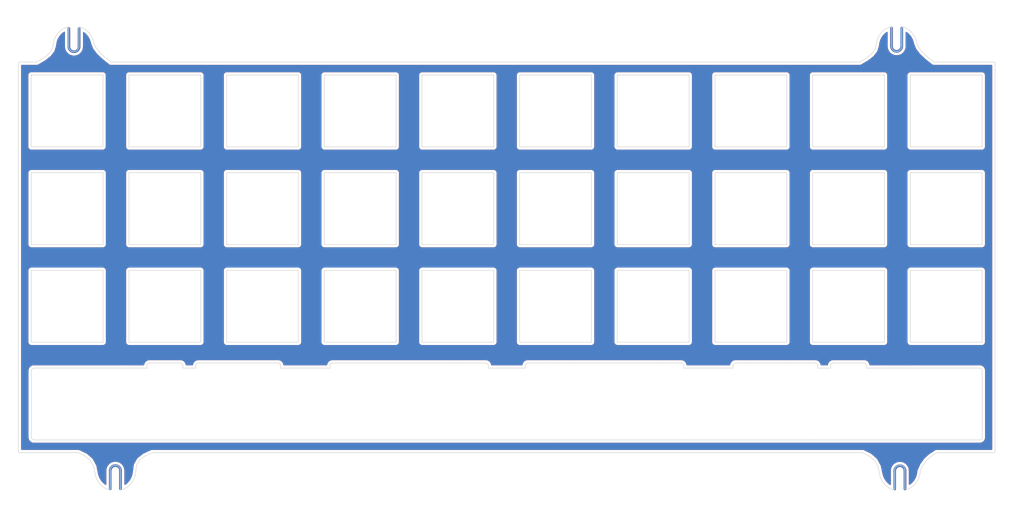
<source format=kicad_pcb>
(kicad_pcb (version 20171130) (host pcbnew "(5.1.5-0-10_14)")
  (layers (0 F.Cu signal) (31 B.Cu signal) (34 B.Paste user) (35 F.Paste user) (36 B.SilkS user) (37 F.SilkS user) (38 B.Mask user) (39 F.Mask user) (44 Edge.Cuts user))
  (net 0 "")
  (module footprints:Umo_mount_plating (layer F.Cu) (at 60.19 44.07 180)
    (fp_text reference Mount_plating hide)
    (fp_text value "Umo mounting point plating")
    (fp_line (start 0.57 2.7) (end 0.57 -0.835534) (layer B.Cu) (width 0.5))
    (fp_line (start -1.43 -0.835516) (end -1.43 2.7) (layer B.Cu) (width 0.5))
    (fp_arc (start -0.43 -0.835516) (end 0.57 -0.835534) (angle -180) (layer B.Cu) (width 0.5))
    (fp_line (start 0.57 2.7) (end 0.57 -0.835534) (layer F.Cu) (width 0.5))
    (fp_arc (start -0.43 -0.835516) (end 0.57 -0.835534) (angle -180) (layer F.Cu) (width 0.5))
    (fp_line (start -1.43 -0.835516) (end -1.43 2.7) (layer F.Cu) (width 0.5))
  )
  (module footprints:Umo_mount_plating (layer F.Cu) (at 220.64 44 180)
    (fp_text reference Mount_plating hide)
    (fp_text value "Umo mounting point plating")
    (fp_line (start 0.57 2.7) (end 0.57 -0.835534) (layer B.Cu) (width 0.5))
    (fp_line (start -1.43 -0.835516) (end -1.43 2.7) (layer B.Cu) (width 0.5))
    (fp_arc (start -0.43 -0.835516) (end 0.57 -0.835534) (angle -180) (layer B.Cu) (width 0.5))
    (fp_line (start 0.57 2.7) (end 0.57 -0.835534) (layer F.Cu) (width 0.5))
    (fp_arc (start -0.43 -0.835516) (end 0.57 -0.835534) (angle -180) (layer F.Cu) (width 0.5))
    (fp_line (start -1.43 -0.835516) (end -1.43 2.7) (layer F.Cu) (width 0.5))
  )
  (module footprints:Umo_mount_plating (layer F.Cu) (at 222.13 128.49)
    (fp_text reference Mount_plating hide)
    (fp_text value "Umo mounting point plating")
    (fp_line (start 0.57 2.7) (end 0.57 -0.835534) (layer B.Cu) (width 0.5))
    (fp_line (start -1.43 -0.835516) (end -1.43 2.7) (layer B.Cu) (width 0.5))
    (fp_arc (start -0.43 -0.835516) (end 0.57 -0.835534) (angle -180) (layer B.Cu) (width 0.5))
    (fp_line (start 0.57 2.7) (end 0.57 -0.835534) (layer F.Cu) (width 0.5))
    (fp_arc (start -0.43 -0.835516) (end 0.57 -0.835534) (angle -180) (layer F.Cu) (width 0.5))
    (fp_line (start -1.43 -0.835516) (end -1.43 2.7) (layer F.Cu) (width 0.5))
  )
  (module footprints:Umo_mount_plating (layer F.Cu) (at 69.12 128.46)
    (fp_text reference Mount_plating hide)
    (fp_text value "Umo mounting point plating")
    (fp_line (start 0.57 2.7) (end 0.57 -0.835534) (layer B.Cu) (width 0.5))
    (fp_line (start -1.43 -0.835516) (end -1.43 2.7) (layer B.Cu) (width 0.5))
    (fp_arc (start -0.43 -0.835516) (end 0.57 -0.835534) (angle -180) (layer B.Cu) (width 0.5))
    (fp_line (start 0.57 2.7) (end 0.57 -0.835534) (layer F.Cu) (width 0.5))
    (fp_arc (start -0.43 -0.835516) (end 0.57 -0.835534) (angle -180) (layer F.Cu) (width 0.5))
    (fp_line (start -1.43 -0.835516) (end -1.43 2.7) (layer F.Cu) (width 0.5))
  )
  (module footprints:Umo_kanji (layer F.Cu) (at 231.23 102.34)
    (fp_text reference REF** hide)
    (fp_text value Umo_kanji)
  )
  (module footprints:pohjola_site_text (layer B.Cu) (at 63 105.07 180)
    (fp_text reference G*** hide)
    (fp_text value LOGO hide)
  )
  (gr_line (start 214.711983 121.617348) (end 208.711983 121.617348) (layer Edge.Cuts) (width 0.1))
  (gr_line (start 218.211983 121.617348) (end 214.711983 121.617348) (layer Edge.Cuts) (width 0.1))
  (gr_line (start 219.498983 121.617348) (end 218.211983 121.617348) (layer Edge.Cuts) (width 0.1))
  (gr_line (start 224.261983 121.617348) (end 219.498983 121.617348) (layer Edge.Cuts) (width 0.1))
  (gr_line (start 232.498983 121.617348) (end 224.261983 121.617348) (layer Edge.Cuts) (width 0.1))
  (gr_line (start 237.261983 121.617348) (end 232.498983 121.617348) (layer Edge.Cuts) (width 0.1))
  (gr_arc (start 237.261983 121.117348) (end 237.261983 121.617348) (angle -90) (layer Edge.Cuts) (width 0.1))
  (gr_line (start 237.761983 108.117348) (end 237.761983 121.117348) (layer Edge.Cuts) (width 0.1))
  (gr_arc (start 237.261983 108.117348) (end 237.761983 108.117348) (angle -90) (layer Edge.Cuts) (width 0.1))
  (gr_line (start 232.498983 107.617348) (end 237.261983 107.617348) (layer Edge.Cuts) (width 0.1))
  (gr_line (start 224.261983 107.617348) (end 232.498983 107.617348) (layer Edge.Cuts) (width 0.1))
  (gr_line (start 219.498983 107.617348) (end 224.261983 107.617348) (layer Edge.Cuts) (width 0.1))
  (gr_line (start 218.211983 107.617348) (end 219.498983 107.617348) (layer Edge.Cuts) (width 0.1))
  (gr_line (start 215.211983 107.617348) (end 218.211983 107.617348) (layer Edge.Cuts) (width 0.1))
  (gr_line (start 215.211983 107.117348) (end 215.211983 107.617348) (layer Edge.Cuts) (width 0.1))
  (gr_arc (start 214.711983 107.117348) (end 215.211983 107.117348) (angle -90) (layer Edge.Cuts) (width 0.1))
  (gr_line (start 208.711983 106.617348) (end 214.711983 106.617348) (layer Edge.Cuts) (width 0.1))
  (gr_arc (start 208.711983 107.117348) (end 208.711983 106.617348) (angle -90) (layer Edge.Cuts) (width 0.1))
  (gr_line (start 208.211983 107.617348) (end 208.211983 107.117348) (layer Edge.Cuts) (width 0.1))
  (gr_line (start 205.686983 107.617348) (end 208.211983 107.617348) (layer Edge.Cuts) (width 0.1))
  (gr_line (start 205.686983 107.117348) (end 205.686983 107.617348) (layer Edge.Cuts) (width 0.1))
  (gr_arc (start 205.186983 107.117348) (end 205.686983 107.117348) (angle -90) (layer Edge.Cuts) (width 0.1))
  (gr_line (start 199.186983 106.617348) (end 205.186983 106.617348) (layer Edge.Cuts) (width 0.1))
  (gr_line (start 195.661983 106.617348) (end 199.186983 106.617348) (layer Edge.Cuts) (width 0.1))
  (gr_line (start 192.074983 106.617348) (end 195.661983 106.617348) (layer Edge.Cuts) (width 0.1))
  (gr_line (start 189.661983 106.617348) (end 192.074983 106.617348) (layer Edge.Cuts) (width 0.1))
  (gr_arc (start 189.661983 107.117348) (end 189.661983 106.617348) (angle -90) (layer Edge.Cuts) (width 0.1))
  (gr_line (start 189.161983 107.617348) (end 189.161983 107.117348) (layer Edge.Cuts) (width 0.1))
  (gr_line (start 186.161983 107.617348) (end 189.161983 107.617348) (layer Edge.Cuts) (width 0.1))
  (gr_line (start 180.111983 107.617348) (end 186.161983 107.617348) (layer Edge.Cuts) (width 0.1))
  (gr_line (start 179.524983 107.617348) (end 180.111983 107.617348) (layer Edge.Cuts) (width 0.1))
  (gr_line (start 179.524983 107.117348) (end 179.524983 107.617348) (layer Edge.Cuts) (width 0.1))
  (gr_arc (start 179.024983 107.117348) (end 179.524983 107.117348) (angle -90) (layer Edge.Cuts) (width 0.1))
  (gr_line (start 174.198983 106.617348) (end 179.024983 106.617348) (layer Edge.Cuts) (width 0.1))
  (gr_line (start 173.024983 106.617348) (end 174.198983 106.617348) (layer Edge.Cuts) (width 0.1))
  (gr_line (start 168.198983 106.617348) (end 173.024983 106.617348) (layer Edge.Cuts) (width 0.1))
  (gr_line (start 161.086983 106.617348) (end 168.198983 106.617348) (layer Edge.Cuts) (width 0.1))
  (gr_line (start 157.561983 106.617348) (end 161.086983 106.617348) (layer Edge.Cuts) (width 0.1))
  (gr_line (start 155.148983 106.617348) (end 157.561983 106.617348) (layer Edge.Cuts) (width 0.1))
  (gr_line (start 153.974983 106.617348) (end 155.148983 106.617348) (layer Edge.Cuts) (width 0.1))
  (gr_line (start 151.561983 106.617348) (end 153.974983 106.617348) (layer Edge.Cuts) (width 0.1))
  (gr_line (start 149.148983 106.617348) (end 151.561983 106.617348) (layer Edge.Cuts) (width 0.1))
  (gr_arc (start 149.148983 107.117348) (end 149.148983 106.617348) (angle -90) (layer Edge.Cuts) (width 0.1))
  (gr_line (start 148.648983 107.617348) (end 148.648983 107.117348) (layer Edge.Cuts) (width 0.1))
  (gr_line (start 148.061983 107.617348) (end 148.648983 107.617348) (layer Edge.Cuts) (width 0.1))
  (gr_line (start 142.011983 107.617348) (end 148.061983 107.617348) (layer Edge.Cuts) (width 0.1))
  (gr_line (start 141.424983 107.617348) (end 142.011983 107.617348) (layer Edge.Cuts) (width 0.1))
  (gr_line (start 141.424983 107.117348) (end 141.424983 107.617348) (layer Edge.Cuts) (width 0.1))
  (gr_arc (start 140.924983 107.117348) (end 141.424983 107.117348) (angle -90) (layer Edge.Cuts) (width 0.1))
  (gr_line (start 138.511983 106.617348) (end 140.924983 106.617348) (layer Edge.Cuts) (width 0.1))
  (gr_line (start 136.098983 106.617348) (end 138.511983 106.617348) (layer Edge.Cuts) (width 0.1))
  (gr_line (start 134.924983 106.617348) (end 136.098983 106.617348) (layer Edge.Cuts) (width 0.1))
  (gr_line (start 132.511983 106.617348) (end 134.924983 106.617348) (layer Edge.Cuts) (width 0.1))
  (gr_line (start 130.098983 106.617348) (end 132.511983 106.617348) (layer Edge.Cuts) (width 0.1))
  (gr_line (start 122.986983 106.617348) (end 130.098983 106.617348) (layer Edge.Cuts) (width 0.1))
  (gr_line (start 117.048983 106.617348) (end 122.986983 106.617348) (layer Edge.Cuts) (width 0.1))
  (gr_line (start 115.874983 106.617348) (end 117.048983 106.617348) (layer Edge.Cuts) (width 0.1))
  (gr_line (start 111.048983 106.617348) (end 115.874983 106.617348) (layer Edge.Cuts) (width 0.1))
  (gr_arc (start 111.048983 107.117348) (end 111.048983 106.617348) (angle -90) (layer Edge.Cuts) (width 0.1))
  (gr_line (start 110.548983 107.617348) (end 110.548983 107.117348) (layer Edge.Cuts) (width 0.1))
  (gr_line (start 109.961983 107.617348) (end 110.548983 107.617348) (layer Edge.Cuts) (width 0.1))
  (gr_line (start 103.911983 107.617348) (end 109.961983 107.617348) (layer Edge.Cuts) (width 0.1))
  (gr_line (start 100.911983 107.617348) (end 103.911983 107.617348) (layer Edge.Cuts) (width 0.1))
  (gr_line (start 100.911983 107.117348) (end 100.911983 107.617348) (layer Edge.Cuts) (width 0.1))
  (gr_arc (start 100.411983 107.117348) (end 100.911983 107.117348) (angle -90) (layer Edge.Cuts) (width 0.1))
  (gr_line (start 97.998983 106.617348) (end 100.411983 106.617348) (layer Edge.Cuts) (width 0.1))
  (gr_line (start 94.411983 106.617348) (end 97.998983 106.617348) (layer Edge.Cuts) (width 0.1))
  (gr_line (start 91.998983 106.617348) (end 94.411983 106.617348) (layer Edge.Cuts) (width 0.1))
  (gr_line (start 84.886983 106.617348) (end 91.998983 106.617348) (layer Edge.Cuts) (width 0.1))
  (gr_arc (start 84.886983 107.117348) (end 84.886983 106.617348) (angle -90) (layer Edge.Cuts) (width 0.1))
  (gr_line (start 84.386983 107.617348) (end 84.386983 107.117348) (layer Edge.Cuts) (width 0.1))
  (gr_line (start 81.861983 107.617348) (end 84.386983 107.617348) (layer Edge.Cuts) (width 0.1))
  (gr_line (start 81.861983 107.117348) (end 81.861983 107.617348) (layer Edge.Cuts) (width 0.1))
  (gr_arc (start 81.361983 107.117348) (end 81.861983 107.117348) (angle -90) (layer Edge.Cuts) (width 0.1))
  (gr_line (start 75.361983 106.617348) (end 81.361983 106.617348) (layer Edge.Cuts) (width 0.1))
  (gr_arc (start 75.361983 107.117348) (end 75.361983 106.617348) (angle -90) (layer Edge.Cuts) (width 0.1))
  (gr_line (start 74.861983 107.617348) (end 74.861983 107.117348) (layer Edge.Cuts) (width 0.1))
  (gr_line (start 71.861983 107.617348) (end 74.861983 107.617348) (layer Edge.Cuts) (width 0.1))
  (gr_line (start 70.574483 107.617348) (end 71.861983 107.617348) (layer Edge.Cuts) (width 0.1))
  (gr_line (start 65.811983 107.617348) (end 70.574483 107.617348) (layer Edge.Cuts) (width 0.1))
  (gr_line (start 57.574483 107.617348) (end 65.811983 107.617348) (layer Edge.Cuts) (width 0.1))
  (gr_line (start 52.811983 107.617348) (end 57.574483 107.617348) (layer Edge.Cuts) (width 0.1))
  (gr_arc (start 52.811983 108.117348) (end 52.811983 107.617348) (angle -90) (layer Edge.Cuts) (width 0.1))
  (gr_line (start 52.311983 121.117348) (end 52.311983 108.117348) (layer Edge.Cuts) (width 0.1))
  (gr_arc (start 52.811983 121.117348) (end 52.311983 121.117348) (angle -90) (layer Edge.Cuts) (width 0.1))
  (gr_line (start 57.574483 121.617348) (end 52.811983 121.617348) (layer Edge.Cuts) (width 0.1))
  (gr_line (start 65.811983 121.617348) (end 57.574483 121.617348) (layer Edge.Cuts) (width 0.1))
  (gr_line (start 70.574483 121.617348) (end 65.811983 121.617348) (layer Edge.Cuts) (width 0.1))
  (gr_line (start 71.861983 121.617348) (end 70.574483 121.617348) (layer Edge.Cuts) (width 0.1))
  (gr_line (start 75.361983 121.617348) (end 71.861983 121.617348) (layer Edge.Cuts) (width 0.1))
  (gr_line (start 81.361983 121.617348) (end 75.361983 121.617348) (layer Edge.Cuts) (width 0.1))
  (gr_line (start 84.861983 121.617348) (end 81.361983 121.617348) (layer Edge.Cuts) (width 0.1))
  (gr_line (start 84.874482 121.617192) (end 84.861983 121.617348) (layer Edge.Cuts) (width 0.1))
  (gr_line (start 86.149483 121.617348) (end 84.874482 121.617192) (layer Edge.Cuts) (width 0.1))
  (gr_line (start 90.886983 121.617348) (end 86.149483 121.617348) (layer Edge.Cuts) (width 0.1))
  (gr_line (start 90.911983 121.617348) (end 90.886983 121.617348) (layer Edge.Cuts) (width 0.1))
  (gr_line (start 91.998983 121.617348) (end 90.911983 121.617348) (layer Edge.Cuts) (width 0.1))
  (gr_line (start 94.411983 121.617348) (end 91.998983 121.617348) (layer Edge.Cuts) (width 0.1))
  (gr_line (start 97.998983 121.617348) (end 94.411983 121.617348) (layer Edge.Cuts) (width 0.1))
  (gr_line (start 99.149483 121.617348) (end 97.998983 121.617348) (layer Edge.Cuts) (width 0.1))
  (gr_line (start 100.411983 121.617348) (end 99.149483 121.617348) (layer Edge.Cuts) (width 0.1))
  (gr_line (start 100.436983 121.617348) (end 100.411983 121.617348) (layer Edge.Cuts) (width 0.1))
  (gr_line (start 103.911983 121.617348) (end 100.436983 121.617348) (layer Edge.Cuts) (width 0.1))
  (gr_line (start 109.961983 121.617348) (end 103.911983 121.617348) (layer Edge.Cuts) (width 0.1))
  (gr_line (start 111.048983 121.617348) (end 109.961983 121.617348) (layer Edge.Cuts) (width 0.1))
  (gr_line (start 113.436983 121.617348) (end 111.048983 121.617348) (layer Edge.Cuts) (width 0.1))
  (gr_line (start 115.874983 121.617348) (end 113.436983 121.617348) (layer Edge.Cuts) (width 0.1))
  (gr_line (start 117.048983 121.617348) (end 115.874983 121.617348) (layer Edge.Cuts) (width 0.1))
  (gr_line (start 119.486983 121.617348) (end 117.048983 121.617348) (layer Edge.Cuts) (width 0.1))
  (gr_line (start 121.874983 121.617348) (end 119.486983 121.617348) (layer Edge.Cuts) (width 0.1))
  (gr_line (start 122.961983 121.617348) (end 121.874983 121.617348) (layer Edge.Cuts) (width 0.1))
  (gr_line (start 122.986983 121.617348) (end 122.961983 121.617348) (layer Edge.Cuts) (width 0.1))
  (gr_line (start 128.986983 121.617348) (end 122.986983 121.617348) (layer Edge.Cuts) (width 0.1))
  (gr_line (start 129.011983 121.617348) (end 128.986983 121.617348) (layer Edge.Cuts) (width 0.1))
  (gr_line (start 130.098983 121.617348) (end 129.011983 121.617348) (layer Edge.Cuts) (width 0.1))
  (gr_line (start 132.486983 121.617348) (end 130.098983 121.617348) (layer Edge.Cuts) (width 0.1))
  (gr_line (start 132.511983 121.617348) (end 132.486983 121.617348) (layer Edge.Cuts) (width 0.1))
  (gr_line (start 134.924983 121.617348) (end 132.511983 121.617348) (layer Edge.Cuts) (width 0.1))
  (gr_line (start 136.098983 121.617348) (end 134.924983 121.617348) (layer Edge.Cuts) (width 0.1))
  (gr_line (start 138.511983 121.617348) (end 136.098983 121.617348) (layer Edge.Cuts) (width 0.1))
  (gr_line (start 138.536983 121.617348) (end 138.511983 121.617348) (layer Edge.Cuts) (width 0.1))
  (gr_line (start 140.924983 121.617348) (end 138.536983 121.617348) (layer Edge.Cuts) (width 0.1))
  (gr_line (start 142.011983 121.617348) (end 140.924983 121.617348) (layer Edge.Cuts) (width 0.1))
  (gr_line (start 148.061983 121.617348) (end 142.011983 121.617348) (layer Edge.Cuts) (width 0.1))
  (gr_line (start 149.148983 121.617348) (end 148.061983 121.617348) (layer Edge.Cuts) (width 0.1))
  (gr_line (start 151.536983 121.617348) (end 149.148983 121.617348) (layer Edge.Cuts) (width 0.1))
  (gr_line (start 151.561983 121.617348) (end 151.536983 121.617348) (layer Edge.Cuts) (width 0.1))
  (gr_line (start 153.974983 121.617348) (end 151.561983 121.617348) (layer Edge.Cuts) (width 0.1))
  (gr_line (start 155.148983 121.617348) (end 153.974983 121.617348) (layer Edge.Cuts) (width 0.1))
  (gr_line (start 157.561983 121.617348) (end 155.148983 121.617348) (layer Edge.Cuts) (width 0.1))
  (gr_line (start 157.586983 121.617348) (end 157.561983 121.617348) (layer Edge.Cuts) (width 0.1))
  (gr_line (start 159.974983 121.617348) (end 157.586983 121.617348) (layer Edge.Cuts) (width 0.1))
  (gr_line (start 161.061983 121.617348) (end 159.974983 121.617348) (layer Edge.Cuts) (width 0.1))
  (gr_line (start 161.086983 121.617348) (end 161.061983 121.617348) (layer Edge.Cuts) (width 0.1))
  (gr_line (start 167.086983 121.617348) (end 161.086983 121.617348) (layer Edge.Cuts) (width 0.1))
  (gr_line (start 167.111983 121.617348) (end 167.086983 121.617348) (layer Edge.Cuts) (width 0.1))
  (gr_line (start 168.198983 121.617348) (end 167.111983 121.617348) (layer Edge.Cuts) (width 0.1))
  (gr_line (start 170.586983 121.617348) (end 168.198983 121.617348) (layer Edge.Cuts) (width 0.1))
  (gr_line (start 173.024983 121.617348) (end 170.586983 121.617348) (layer Edge.Cuts) (width 0.1))
  (gr_line (start 174.198983 121.617348) (end 173.024983 121.617348) (layer Edge.Cuts) (width 0.1))
  (gr_line (start 176.636983 121.617348) (end 174.198983 121.617348) (layer Edge.Cuts) (width 0.1))
  (gr_line (start 179.024983 121.617348) (end 176.636983 121.617348) (layer Edge.Cuts) (width 0.1))
  (gr_line (start 180.111983 121.617348) (end 179.024983 121.617348) (layer Edge.Cuts) (width 0.1))
  (gr_line (start 186.161983 121.617348) (end 180.111983 121.617348) (layer Edge.Cuts) (width 0.1))
  (gr_line (start 189.636983 121.617348) (end 186.161983 121.617348) (layer Edge.Cuts) (width 0.1))
  (gr_line (start 189.661983 121.617348) (end 189.636983 121.617348) (layer Edge.Cuts) (width 0.1))
  (gr_line (start 190.924983 121.617348) (end 189.661983 121.617348) (layer Edge.Cuts) (width 0.1))
  (gr_line (start 192.074983 121.617348) (end 190.924983 121.617348) (layer Edge.Cuts) (width 0.1))
  (gr_line (start 195.661983 121.617348) (end 192.074983 121.617348) (layer Edge.Cuts) (width 0.1))
  (gr_line (start 198.074983 121.617348) (end 195.661983 121.617348) (layer Edge.Cuts) (width 0.1))
  (gr_line (start 199.161983 121.617348) (end 198.074983 121.617348) (layer Edge.Cuts) (width 0.1))
  (gr_line (start 199.186983 121.617348) (end 199.161983 121.617348) (layer Edge.Cuts) (width 0.1))
  (gr_line (start 203.924983 121.617348) (end 199.186983 121.617348) (layer Edge.Cuts) (width 0.1))
  (gr_line (start 205.186983 121.617348) (end 203.924983 121.617348) (layer Edge.Cuts) (width 0.1))
  (gr_line (start 205.211983 121.617348) (end 205.186983 121.617348) (layer Edge.Cuts) (width 0.1))
  (gr_line (start 208.711983 121.617348) (end 205.211983 121.617348) (layer Edge.Cuts) (width 0.1))
  (gr_arc (start 221.682077 127.554861) (end 217.739182 128.228343) (angle -60.83568522) (layer Edge.Cuts) (width 0.1))
  (gr_arc (start 61.81669 41.335463) (end 61.900023 41.099761) (angle -109.4712206) (layer Edge.Cuts) (width 0.1))
  (gr_line (start 220.682077 127.554964) (end 220.682077 131.090395) (layer Edge.Cuts) (width 0.1))
  (gr_line (start 240.013761 124.12064) (end 228.88191 124.12064) (layer Edge.Cuts) (width 0.1))
  (gr_arc (start 240.013761 48.17064) (end 240.263761 48.17064) (angle -90) (layer Edge.Cuts) (width 0.1))
  (gr_arc (start 221.06669 44.870997) (end 219.733357 41.099761) (angle -67.85892153) (layer Edge.Cuts) (width 0.1))
  (gr_arc (start 59.31669 41.335457) (end 59.56669 41.335457) (angle -109.4711899) (layer Edge.Cuts) (width 0.1))
  (gr_line (start 61.56669 44.870997) (end 61.56669 41.335463) (layer Edge.Cuts) (width 0.1))
  (gr_arc (start 60.56669 44.870997) (end 59.56669 44.870997) (angle -180) (layer Edge.Cuts) (width 0.1))
  (gr_line (start 222.682077 127.554861) (end 222.682077 131.090401) (layer Edge.Cuts) (width 0.1))
  (gr_arc (start 50.013761 48.17064) (end 50.013761 47.92064) (angle -90) (layer Edge.Cuts) (width 0.1))
  (gr_line (start 227.769933 124.836437) (end 228.88191 124.12064) (layer Edge.Cuts) (width 0.1))
  (gr_line (start 226.855878 125.672761) (end 227.769933 124.836437) (layer Edge.Cuts) (width 0.1))
  (gr_line (start 226.165573 126.645341) (end 226.855878 125.672761) (layer Edge.Cuts) (width 0.1))
  (gr_line (start 225.677739 127.74122) (end 226.165573 126.645341) (layer Edge.Cuts) (width 0.1))
  (gr_line (start 227.02839 46.886996) (end 228.337125 47.92064) (layer Edge.Cuts) (width 0.1))
  (gr_line (start 226.010995 45.916203) (end 227.02839 46.886996) (layer Edge.Cuts) (width 0.1))
  (gr_line (start 225.342237 45.020621) (end 226.010995 45.916203) (layer Edge.Cuts) (width 0.1))
  (gr_line (start 225.009591 44.197549) (end 225.342237 45.020621) (layer Edge.Cuts) (width 0.1))
  (gr_line (start 222.06669 44.870997) (end 222.06669 41.335463) (layer Edge.Cuts) (width 0.1))
  (gr_line (start 59.56669 44.870997) (end 59.56669 41.335457) (layer Edge.Cuts) (width 0.1))
  (gr_line (start 220.06669 44.870997) (end 220.06669 41.335463) (layer Edge.Cuts) (width 0.1))
  (gr_arc (start 222.932077 131.090401) (end 222.682077 131.090401) (angle -109.4711899) (layer Edge.Cuts) (width 0.1))
  (gr_arc (start 219.81669 41.335463) (end 220.06669 41.335463) (angle -109.4712206) (layer Edge.Cuts) (width 0.1))
  (gr_arc (start 221.06669 44.870997) (end 220.06669 44.870997) (angle -180) (layer Edge.Cuts) (width 0.1))
  (gr_arc (start 221.06669 44.870997) (end 225.009591 44.197549) (angle -60.83617688) (layer Edge.Cuts) (width 0.1))
  (gr_arc (start 221.682077 127.554861) (end 222.682077 127.554861) (angle -180.0058918) (layer Edge.Cuts) (width 0.1))
  (gr_arc (start 222.31669 41.335463) (end 222.400023 41.099761) (angle -109.4712206) (layer Edge.Cuts) (width 0.1))
  (gr_arc (start 60.566686 44.870997) (end 64.509591 44.197549) (angle -60.83614016) (layer Edge.Cuts) (width 0.1))
  (gr_arc (start 221.682077 127.554861) (end 223.01541 131.326103) (angle -67.85845395) (layer Edge.Cuts) (width 0.1))
  (gr_line (start 50.013761 47.92064) (end 53.336829 47.92064) (layer Edge.Cuts) (width 0.1))
  (gr_arc (start 220.432077 131.090395) (end 220.348744 131.326097) (angle -109.4712205) (layer Edge.Cuts) (width 0.1))
  (gr_line (start 66.52839 46.886996) (end 67.837125 47.92064) (layer Edge.Cuts) (width 0.1))
  (gr_line (start 65.510995 45.916203) (end 66.52839 46.886996) (layer Edge.Cuts) (width 0.1))
  (gr_line (start 64.842237 45.020621) (end 65.510995 45.916203) (layer Edge.Cuts) (width 0.1))
  (gr_line (start 64.509591 44.197549) (end 64.842237 45.020621) (layer Edge.Cuts) (width 0.1))
  (gr_line (start 228.337125 47.92064) (end 240.013761 47.92064) (layer Edge.Cuts) (width 0.1))
  (gr_line (start 215.165694 47.155191) (end 213.836829 47.92064) (layer Edge.Cuts) (width 0.1))
  (gr_line (start 216.174383 46.362929) (end 215.165694 47.155191) (layer Edge.Cuts) (width 0.1))
  (gr_line (start 216.803578 45.538884) (end 216.174383 46.362929) (layer Edge.Cuts) (width 0.1))
  (gr_line (start 217.071038 44.684545) (end 216.803578 45.538884) (layer Edge.Cuts) (width 0.1))
  (gr_line (start 49.763761 123.87064) (end 49.763761 48.17064) (layer Edge.Cuts) (width 0.1))
  (gr_arc (start 240.013761 123.87064) (end 240.013761 124.12064) (angle -90) (layer Edge.Cuts) (width 0.1))
  (gr_arc (start 60.566686 44.870997) (end 59.233357 41.099755) (angle -67.85899803) (layer Edge.Cuts) (width 0.1))
  (gr_line (start 54.665694 47.155191) (end 53.336829 47.92064) (layer Edge.Cuts) (width 0.1))
  (gr_line (start 55.674383 46.362929) (end 54.665694 47.155191) (layer Edge.Cuts) (width 0.1))
  (gr_line (start 56.303578 45.538884) (end 55.674383 46.362929) (layer Edge.Cuts) (width 0.1))
  (gr_line (start 56.571038 44.684545) (end 56.303578 45.538884) (layer Edge.Cuts) (width 0.1))
  (gr_line (start 61.432508 124.12064) (end 50.013761 124.12064) (layer Edge.Cuts) (width 0.1))
  (gr_line (start 69.682077 127.554861) (end 69.682077 131.090395) (layer Edge.Cuts) (width 0.1))
  (gr_line (start 67.837125 47.92064) (end 213.836829 47.92064) (layer Edge.Cuts) (width 0.1))
  (gr_arc (start 69.932077 131.090395) (end 69.682077 131.090395) (angle -109.4712206) (layer Edge.Cuts) (width 0.1))
  (gr_line (start 214.432508 124.12064) (end 75.88191 124.12064) (layer Edge.Cuts) (width 0.1))
  (gr_line (start 240.263761 48.17064) (end 240.263761 123.87064) (layer Edge.Cuts) (width 0.1))
  (gr_arc (start 68.682077 127.554861) (end 64.7392 128.228451) (angle -60.83411342) (layer Edge.Cuts) (width 0.1))
  (gr_arc (start 68.682077 127.554861) (end 70.01541 131.326097) (angle -67.85683046) (layer Edge.Cuts) (width 0.1))
  (gr_line (start 67.682077 127.554878) (end 67.682077 131.090395) (layer Edge.Cuts) (width 0.1))
  (gr_arc (start 50.013761 123.87064) (end 49.763761 123.87064) (angle -90) (layer Edge.Cuts) (width 0.1))
  (gr_line (start 66.266708 50.503065) (end 66.266708 64.403065) (layer Edge.Cuts) (width 0.1))
  (gr_arc (start 66.216708 50.503065) (end 66.266708 50.503065) (angle -90) (layer Edge.Cuts) (width 0.1))
  (gr_line (start 52.316708 50.453065) (end 66.216708 50.453065) (layer Edge.Cuts) (width 0.1))
  (gr_arc (start 52.316708 50.503065) (end 52.316708 50.453065) (angle -90) (layer Edge.Cuts) (width 0.1))
  (gr_line (start 52.266708 64.403065) (end 52.266708 50.503065) (layer Edge.Cuts) (width 0.1))
  (gr_arc (start 52.316708 64.403065) (end 52.266708 64.403065) (angle -90) (layer Edge.Cuts) (width 0.1))
  (gr_line (start 66.216708 64.453065) (end 52.316708 64.453065) (layer Edge.Cuts) (width 0.1))
  (gr_arc (start 66.216708 64.403065) (end 66.216708 64.453065) (angle -90) (layer Edge.Cuts) (width 0.1))
  (gr_line (start 215.788717 124.784766) (end 214.432508 124.12064) (layer Edge.Cuts) (width 0.1))
  (gr_line (start 216.807005 125.680409) (end 215.788717 124.784766) (layer Edge.Cuts) (width 0.1))
  (gr_line (start 217.444667 126.836828) (end 216.807005 125.680409) (layer Edge.Cuts) (width 0.1))
  (gr_line (start 217.739182 128.228343) (end 217.444667 126.836828) (layer Edge.Cuts) (width 0.1))
  (gr_line (start 62.79856 124.770537) (end 61.432508 124.12064) (layer Edge.Cuts) (width 0.1))
  (gr_line (start 63.820223 125.661181) (end 62.79856 124.770537) (layer Edge.Cuts) (width 0.1))
  (gr_line (start 64.454285 126.82278) (end 63.820223 125.661181) (layer Edge.Cuts) (width 0.1))
  (gr_line (start 64.7392 128.228451) (end 64.454285 126.82278) (layer Edge.Cuts) (width 0.1))
  (gr_arc (start 68.682077 127.554861) (end 69.682077 127.554861) (angle -180.0010102) (layer Edge.Cuts) (width 0.1))
  (gr_arc (start 67.432077 131.090395) (end 67.348744 131.326097) (angle -109.4712206) (layer Edge.Cuts) (width 0.1))
  (gr_line (start 74.446425 124.769008) (end 75.88191 124.12064) (layer Edge.Cuts) (width 0.1))
  (gr_line (start 73.407953 125.578077) (end 74.446425 124.769008) (layer Edge.Cuts) (width 0.1))
  (gr_line (start 72.829332 126.573281) (end 73.407953 125.578077) (layer Edge.Cuts) (width 0.1))
  (gr_line (start 72.677728 127.74133) (end 72.829332 126.573281) (layer Edge.Cuts) (width 0.1))
  (gr_arc (start 223.79 88.61) (end 223.79 88.56) (angle -90) (layer Edge.Cuts) (width 0.1))
  (gr_line (start 223.74 102.51) (end 223.74 88.61) (layer Edge.Cuts) (width 0.1))
  (gr_arc (start 223.79 102.51) (end 223.74 102.51) (angle -90) (layer Edge.Cuts) (width 0.1))
  (gr_line (start 237.69 102.56) (end 223.79 102.56) (layer Edge.Cuts) (width 0.1))
  (gr_arc (start 237.69 102.51) (end 237.69 102.56) (angle -90) (layer Edge.Cuts) (width 0.1))
  (gr_line (start 237.74 88.61) (end 237.74 102.51) (layer Edge.Cuts) (width 0.1))
  (gr_arc (start 237.69 88.61) (end 237.74 88.61) (angle -90) (layer Edge.Cuts) (width 0.1))
  (gr_line (start 223.79 88.56) (end 237.69 88.56) (layer Edge.Cuts) (width 0.1))
  (gr_arc (start 204.74 88.61) (end 204.74 88.56) (angle -90) (layer Edge.Cuts) (width 0.1))
  (gr_line (start 204.69 102.51) (end 204.69 88.61) (layer Edge.Cuts) (width 0.1))
  (gr_arc (start 204.74 102.51) (end 204.69 102.51) (angle -90) (layer Edge.Cuts) (width 0.1))
  (gr_line (start 218.64 102.56) (end 204.74 102.56) (layer Edge.Cuts) (width 0.1))
  (gr_arc (start 218.64 102.51) (end 218.64 102.56) (angle -90) (layer Edge.Cuts) (width 0.1))
  (gr_line (start 218.69 88.61) (end 218.69 102.51) (layer Edge.Cuts) (width 0.1))
  (gr_arc (start 218.64 88.61) (end 218.69 88.61) (angle -90) (layer Edge.Cuts) (width 0.1))
  (gr_line (start 204.74 88.56) (end 218.64 88.56) (layer Edge.Cuts) (width 0.1))
  (gr_arc (start 185.69 88.61) (end 185.69 88.56) (angle -90) (layer Edge.Cuts) (width 0.1))
  (gr_line (start 185.64 102.51) (end 185.64 88.61) (layer Edge.Cuts) (width 0.1))
  (gr_arc (start 185.69 102.51) (end 185.64 102.51) (angle -90) (layer Edge.Cuts) (width 0.1))
  (gr_line (start 199.59 102.56) (end 185.69 102.56) (layer Edge.Cuts) (width 0.1))
  (gr_arc (start 199.59 102.51) (end 199.59 102.56) (angle -90) (layer Edge.Cuts) (width 0.1))
  (gr_line (start 199.64 88.61) (end 199.64 102.51) (layer Edge.Cuts) (width 0.1))
  (gr_arc (start 199.59 88.61) (end 199.64 88.61) (angle -90) (layer Edge.Cuts) (width 0.1))
  (gr_line (start 185.69 88.56) (end 199.59 88.56) (layer Edge.Cuts) (width 0.1))
  (gr_arc (start 166.64 88.61) (end 166.64 88.56) (angle -90) (layer Edge.Cuts) (width 0.1))
  (gr_line (start 166.59 102.51) (end 166.59 88.61) (layer Edge.Cuts) (width 0.1))
  (gr_arc (start 166.64 102.51) (end 166.59 102.51) (angle -90) (layer Edge.Cuts) (width 0.1))
  (gr_line (start 180.54 102.56) (end 166.64 102.56) (layer Edge.Cuts) (width 0.1))
  (gr_arc (start 180.54 102.51) (end 180.54 102.56) (angle -90) (layer Edge.Cuts) (width 0.1))
  (gr_line (start 180.59 88.61) (end 180.59 102.51) (layer Edge.Cuts) (width 0.1))
  (gr_arc (start 180.54 88.61) (end 180.59 88.61) (angle -90) (layer Edge.Cuts) (width 0.1))
  (gr_line (start 166.64 88.56) (end 180.54 88.56) (layer Edge.Cuts) (width 0.1))
  (gr_arc (start 147.59 88.61) (end 147.59 88.56) (angle -90) (layer Edge.Cuts) (width 0.1))
  (gr_line (start 147.54 102.51) (end 147.54 88.61) (layer Edge.Cuts) (width 0.1))
  (gr_arc (start 147.59 102.51) (end 147.54 102.51) (angle -90) (layer Edge.Cuts) (width 0.1))
  (gr_line (start 161.49 102.56) (end 147.59 102.56) (layer Edge.Cuts) (width 0.1))
  (gr_arc (start 161.49 102.51) (end 161.49 102.56) (angle -90) (layer Edge.Cuts) (width 0.1))
  (gr_line (start 161.54 88.61) (end 161.54 102.51) (layer Edge.Cuts) (width 0.1))
  (gr_arc (start 161.49 88.61) (end 161.54 88.61) (angle -90) (layer Edge.Cuts) (width 0.1))
  (gr_line (start 147.59 88.56) (end 161.49 88.56) (layer Edge.Cuts) (width 0.1))
  (gr_arc (start 128.54 88.61) (end 128.54 88.56) (angle -90) (layer Edge.Cuts) (width 0.1))
  (gr_line (start 128.49 102.51) (end 128.49 88.61) (layer Edge.Cuts) (width 0.1))
  (gr_arc (start 128.54 102.51) (end 128.49 102.51) (angle -90) (layer Edge.Cuts) (width 0.1))
  (gr_line (start 142.44 102.56) (end 128.54 102.56) (layer Edge.Cuts) (width 0.1))
  (gr_arc (start 142.44 102.51) (end 142.44 102.56) (angle -90) (layer Edge.Cuts) (width 0.1))
  (gr_line (start 142.49 88.61) (end 142.49 102.51) (layer Edge.Cuts) (width 0.1))
  (gr_arc (start 142.44 88.61) (end 142.49 88.61) (angle -90) (layer Edge.Cuts) (width 0.1))
  (gr_line (start 128.54 88.56) (end 142.44 88.56) (layer Edge.Cuts) (width 0.1))
  (gr_arc (start 109.49 88.61) (end 109.49 88.56) (angle -90) (layer Edge.Cuts) (width 0.1))
  (gr_line (start 109.44 102.51) (end 109.44 88.61) (layer Edge.Cuts) (width 0.1))
  (gr_arc (start 109.49 102.51) (end 109.44 102.51) (angle -90) (layer Edge.Cuts) (width 0.1))
  (gr_line (start 123.39 102.56) (end 109.49 102.56) (layer Edge.Cuts) (width 0.1))
  (gr_arc (start 123.39 102.51) (end 123.39 102.56) (angle -90) (layer Edge.Cuts) (width 0.1))
  (gr_line (start 123.44 88.61) (end 123.44 102.51) (layer Edge.Cuts) (width 0.1))
  (gr_arc (start 123.39 88.61) (end 123.44 88.61) (angle -90) (layer Edge.Cuts) (width 0.1))
  (gr_line (start 109.49 88.56) (end 123.39 88.56) (layer Edge.Cuts) (width 0.1))
  (gr_arc (start 90.44 88.61) (end 90.44 88.56) (angle -90) (layer Edge.Cuts) (width 0.1))
  (gr_line (start 90.39 102.51) (end 90.39 88.61) (layer Edge.Cuts) (width 0.1))
  (gr_arc (start 90.44 102.51) (end 90.39 102.51) (angle -90) (layer Edge.Cuts) (width 0.1))
  (gr_line (start 104.34 102.56) (end 90.44 102.56) (layer Edge.Cuts) (width 0.1))
  (gr_arc (start 104.34 102.51) (end 104.34 102.56) (angle -90) (layer Edge.Cuts) (width 0.1))
  (gr_line (start 104.39 88.61) (end 104.39 102.51) (layer Edge.Cuts) (width 0.1))
  (gr_arc (start 104.34 88.61) (end 104.39 88.61) (angle -90) (layer Edge.Cuts) (width 0.1))
  (gr_line (start 90.44 88.56) (end 104.34 88.56) (layer Edge.Cuts) (width 0.1))
  (gr_arc (start 71.39 88.61) (end 71.39 88.56) (angle -90) (layer Edge.Cuts) (width 0.1))
  (gr_line (start 71.34 102.51) (end 71.34 88.61) (layer Edge.Cuts) (width 0.1))
  (gr_arc (start 71.39 102.51) (end 71.34 102.51) (angle -90) (layer Edge.Cuts) (width 0.1))
  (gr_line (start 85.29 102.56) (end 71.39 102.56) (layer Edge.Cuts) (width 0.1))
  (gr_arc (start 85.29 102.51) (end 85.29 102.56) (angle -90) (layer Edge.Cuts) (width 0.1))
  (gr_line (start 85.34 88.61) (end 85.34 102.51) (layer Edge.Cuts) (width 0.1))
  (gr_arc (start 85.29 88.61) (end 85.34 88.61) (angle -90) (layer Edge.Cuts) (width 0.1))
  (gr_line (start 71.39 88.56) (end 85.29 88.56) (layer Edge.Cuts) (width 0.1))
  (gr_arc (start 52.34 88.61) (end 52.34 88.56) (angle -90) (layer Edge.Cuts) (width 0.1))
  (gr_line (start 52.29 102.51) (end 52.29 88.61) (layer Edge.Cuts) (width 0.1))
  (gr_arc (start 52.34 102.51) (end 52.29 102.51) (angle -90) (layer Edge.Cuts) (width 0.1))
  (gr_line (start 66.24 102.56) (end 52.34 102.56) (layer Edge.Cuts) (width 0.1))
  (gr_arc (start 66.24 102.51) (end 66.24 102.56) (angle -90) (layer Edge.Cuts) (width 0.1))
  (gr_line (start 66.29 88.61) (end 66.29 102.51) (layer Edge.Cuts) (width 0.1))
  (gr_arc (start 66.24 88.61) (end 66.29 88.61) (angle -90) (layer Edge.Cuts) (width 0.1))
  (gr_line (start 52.34 88.56) (end 66.24 88.56) (layer Edge.Cuts) (width 0.1))
  (gr_arc (start 223.79 69.56) (end 223.79 69.51) (angle -90) (layer Edge.Cuts) (width 0.1))
  (gr_line (start 223.74 83.46) (end 223.74 69.56) (layer Edge.Cuts) (width 0.1))
  (gr_arc (start 223.79 83.46) (end 223.74 83.46) (angle -90) (layer Edge.Cuts) (width 0.1))
  (gr_line (start 237.69 83.51) (end 223.79 83.51) (layer Edge.Cuts) (width 0.1))
  (gr_arc (start 237.69 83.46) (end 237.69 83.51) (angle -90) (layer Edge.Cuts) (width 0.1))
  (gr_line (start 237.74 69.56) (end 237.74 83.46) (layer Edge.Cuts) (width 0.1))
  (gr_arc (start 237.69 69.56) (end 237.74 69.56) (angle -90) (layer Edge.Cuts) (width 0.1))
  (gr_line (start 223.79 69.51) (end 237.69 69.51) (layer Edge.Cuts) (width 0.1))
  (gr_arc (start 204.74 69.56) (end 204.74 69.51) (angle -90) (layer Edge.Cuts) (width 0.1))
  (gr_line (start 204.69 83.46) (end 204.69 69.56) (layer Edge.Cuts) (width 0.1))
  (gr_arc (start 204.74 83.46) (end 204.69 83.46) (angle -90) (layer Edge.Cuts) (width 0.1))
  (gr_line (start 218.64 83.51) (end 204.74 83.51) (layer Edge.Cuts) (width 0.1))
  (gr_arc (start 218.64 83.46) (end 218.64 83.51) (angle -90) (layer Edge.Cuts) (width 0.1))
  (gr_line (start 218.69 69.56) (end 218.69 83.46) (layer Edge.Cuts) (width 0.1))
  (gr_arc (start 218.64 69.56) (end 218.69 69.56) (angle -90) (layer Edge.Cuts) (width 0.1))
  (gr_line (start 204.74 69.51) (end 218.64 69.51) (layer Edge.Cuts) (width 0.1))
  (gr_arc (start 185.69 69.56) (end 185.69 69.51) (angle -90) (layer Edge.Cuts) (width 0.1))
  (gr_line (start 185.64 83.46) (end 185.64 69.56) (layer Edge.Cuts) (width 0.1))
  (gr_arc (start 185.69 83.46) (end 185.64 83.46) (angle -90) (layer Edge.Cuts) (width 0.1))
  (gr_line (start 199.59 83.51) (end 185.69 83.51) (layer Edge.Cuts) (width 0.1))
  (gr_arc (start 199.59 83.46) (end 199.59 83.51) (angle -90) (layer Edge.Cuts) (width 0.1))
  (gr_line (start 199.64 69.56) (end 199.64 83.46) (layer Edge.Cuts) (width 0.1))
  (gr_arc (start 199.59 69.56) (end 199.64 69.56) (angle -90) (layer Edge.Cuts) (width 0.1))
  (gr_line (start 185.69 69.51) (end 199.59 69.51) (layer Edge.Cuts) (width 0.1))
  (gr_arc (start 166.64 69.56) (end 166.64 69.51) (angle -90) (layer Edge.Cuts) (width 0.1))
  (gr_line (start 166.59 83.46) (end 166.59 69.56) (layer Edge.Cuts) (width 0.1))
  (gr_arc (start 166.64 83.46) (end 166.59 83.46) (angle -90) (layer Edge.Cuts) (width 0.1))
  (gr_line (start 180.54 83.51) (end 166.64 83.51) (layer Edge.Cuts) (width 0.1))
  (gr_arc (start 180.54 83.46) (end 180.54 83.51) (angle -90) (layer Edge.Cuts) (width 0.1))
  (gr_line (start 180.59 69.56) (end 180.59 83.46) (layer Edge.Cuts) (width 0.1))
  (gr_arc (start 180.54 69.56) (end 180.59 69.56) (angle -90) (layer Edge.Cuts) (width 0.1))
  (gr_line (start 166.64 69.51) (end 180.54 69.51) (layer Edge.Cuts) (width 0.1))
  (gr_arc (start 147.59 69.56) (end 147.59 69.51) (angle -90) (layer Edge.Cuts) (width 0.1))
  (gr_line (start 147.54 83.46) (end 147.54 69.56) (layer Edge.Cuts) (width 0.1))
  (gr_arc (start 147.59 83.46) (end 147.54 83.46) (angle -90) (layer Edge.Cuts) (width 0.1))
  (gr_line (start 161.49 83.51) (end 147.59 83.51) (layer Edge.Cuts) (width 0.1))
  (gr_arc (start 161.49 83.46) (end 161.49 83.51) (angle -90) (layer Edge.Cuts) (width 0.1))
  (gr_line (start 161.54 69.56) (end 161.54 83.46) (layer Edge.Cuts) (width 0.1))
  (gr_arc (start 161.49 69.56) (end 161.54 69.56) (angle -90) (layer Edge.Cuts) (width 0.1))
  (gr_line (start 147.59 69.51) (end 161.49 69.51) (layer Edge.Cuts) (width 0.1))
  (gr_arc (start 128.54 69.56) (end 128.54 69.51) (angle -90) (layer Edge.Cuts) (width 0.1))
  (gr_line (start 128.49 83.46) (end 128.49 69.56) (layer Edge.Cuts) (width 0.1))
  (gr_arc (start 128.54 83.46) (end 128.49 83.46) (angle -90) (layer Edge.Cuts) (width 0.1))
  (gr_line (start 142.44 83.51) (end 128.54 83.51) (layer Edge.Cuts) (width 0.1))
  (gr_arc (start 142.44 83.46) (end 142.44 83.51) (angle -90) (layer Edge.Cuts) (width 0.1))
  (gr_line (start 142.49 69.56) (end 142.49 83.46) (layer Edge.Cuts) (width 0.1))
  (gr_arc (start 142.44 69.56) (end 142.49 69.56) (angle -90) (layer Edge.Cuts) (width 0.1))
  (gr_line (start 128.54 69.51) (end 142.44 69.51) (layer Edge.Cuts) (width 0.1))
  (gr_arc (start 109.49 69.56) (end 109.49 69.51) (angle -90) (layer Edge.Cuts) (width 0.1))
  (gr_line (start 109.44 83.46) (end 109.44 69.56) (layer Edge.Cuts) (width 0.1))
  (gr_arc (start 109.49 83.46) (end 109.44 83.46) (angle -90) (layer Edge.Cuts) (width 0.1))
  (gr_line (start 123.39 83.51) (end 109.49 83.51) (layer Edge.Cuts) (width 0.1))
  (gr_arc (start 123.39 83.46) (end 123.39 83.51) (angle -90) (layer Edge.Cuts) (width 0.1))
  (gr_line (start 123.44 69.56) (end 123.44 83.46) (layer Edge.Cuts) (width 0.1))
  (gr_arc (start 123.39 69.56) (end 123.44 69.56) (angle -90) (layer Edge.Cuts) (width 0.1))
  (gr_line (start 109.49 69.51) (end 123.39 69.51) (layer Edge.Cuts) (width 0.1))
  (gr_arc (start 90.44 69.56) (end 90.44 69.51) (angle -90) (layer Edge.Cuts) (width 0.1))
  (gr_line (start 90.39 83.46) (end 90.39 69.56) (layer Edge.Cuts) (width 0.1))
  (gr_arc (start 90.44 83.46) (end 90.39 83.46) (angle -90) (layer Edge.Cuts) (width 0.1))
  (gr_line (start 104.34 83.51) (end 90.44 83.51) (layer Edge.Cuts) (width 0.1))
  (gr_arc (start 104.34 83.46) (end 104.34 83.51) (angle -90) (layer Edge.Cuts) (width 0.1))
  (gr_line (start 104.39 69.56) (end 104.39 83.46) (layer Edge.Cuts) (width 0.1))
  (gr_arc (start 104.34 69.56) (end 104.39 69.56) (angle -90) (layer Edge.Cuts) (width 0.1))
  (gr_line (start 90.44 69.51) (end 104.34 69.51) (layer Edge.Cuts) (width 0.1))
  (gr_arc (start 71.39 69.56) (end 71.39 69.51) (angle -90) (layer Edge.Cuts) (width 0.1))
  (gr_line (start 71.34 83.46) (end 71.34 69.56) (layer Edge.Cuts) (width 0.1))
  (gr_arc (start 71.39 83.46) (end 71.34 83.46) (angle -90) (layer Edge.Cuts) (width 0.1))
  (gr_line (start 85.29 83.51) (end 71.39 83.51) (layer Edge.Cuts) (width 0.1))
  (gr_arc (start 85.29 83.46) (end 85.29 83.51) (angle -90) (layer Edge.Cuts) (width 0.1))
  (gr_line (start 85.34 69.56) (end 85.34 83.46) (layer Edge.Cuts) (width 0.1))
  (gr_arc (start 85.29 69.56) (end 85.34 69.56) (angle -90) (layer Edge.Cuts) (width 0.1))
  (gr_line (start 71.39 69.51) (end 85.29 69.51) (layer Edge.Cuts) (width 0.1))
  (gr_arc (start 52.34 69.56) (end 52.34 69.51) (angle -90) (layer Edge.Cuts) (width 0.1))
  (gr_line (start 52.29 83.46) (end 52.29 69.56) (layer Edge.Cuts) (width 0.1))
  (gr_arc (start 52.34 83.46) (end 52.29 83.46) (angle -90) (layer Edge.Cuts) (width 0.1))
  (gr_line (start 66.24 83.51) (end 52.34 83.51) (layer Edge.Cuts) (width 0.1))
  (gr_arc (start 66.24 83.46) (end 66.24 83.51) (angle -90) (layer Edge.Cuts) (width 0.1))
  (gr_line (start 66.29 69.56) (end 66.29 83.46) (layer Edge.Cuts) (width 0.1))
  (gr_arc (start 66.24 69.56) (end 66.29 69.56) (angle -90) (layer Edge.Cuts) (width 0.1))
  (gr_line (start 52.34 69.51) (end 66.24 69.51) (layer Edge.Cuts) (width 0.1))
  (gr_arc (start 223.79 50.51) (end 223.79 50.46) (angle -90) (layer Edge.Cuts) (width 0.1))
  (gr_line (start 223.74 64.41) (end 223.74 50.51) (layer Edge.Cuts) (width 0.1))
  (gr_arc (start 223.79 64.41) (end 223.74 64.41) (angle -90) (layer Edge.Cuts) (width 0.1))
  (gr_line (start 237.69 64.46) (end 223.79 64.46) (layer Edge.Cuts) (width 0.1))
  (gr_arc (start 237.69 64.41) (end 237.69 64.46) (angle -90) (layer Edge.Cuts) (width 0.1))
  (gr_line (start 237.74 50.51) (end 237.74 64.41) (layer Edge.Cuts) (width 0.1))
  (gr_arc (start 237.69 50.51) (end 237.74 50.51) (angle -90) (layer Edge.Cuts) (width 0.1))
  (gr_line (start 223.79 50.46) (end 237.69 50.46) (layer Edge.Cuts) (width 0.1))
  (gr_arc (start 204.74 50.51) (end 204.74 50.46) (angle -90) (layer Edge.Cuts) (width 0.1))
  (gr_line (start 204.69 64.41) (end 204.69 50.51) (layer Edge.Cuts) (width 0.1))
  (gr_arc (start 204.74 64.41) (end 204.69 64.41) (angle -90) (layer Edge.Cuts) (width 0.1))
  (gr_line (start 218.64 64.46) (end 204.74 64.46) (layer Edge.Cuts) (width 0.1))
  (gr_arc (start 218.64 64.41) (end 218.64 64.46) (angle -90) (layer Edge.Cuts) (width 0.1))
  (gr_line (start 218.69 50.51) (end 218.69 64.41) (layer Edge.Cuts) (width 0.1))
  (gr_arc (start 218.64 50.51) (end 218.69 50.51) (angle -90) (layer Edge.Cuts) (width 0.1))
  (gr_line (start 204.74 50.46) (end 218.64 50.46) (layer Edge.Cuts) (width 0.1))
  (gr_arc (start 185.69 50.51) (end 185.69 50.46) (angle -90) (layer Edge.Cuts) (width 0.1))
  (gr_line (start 185.64 64.41) (end 185.64 50.51) (layer Edge.Cuts) (width 0.1))
  (gr_arc (start 185.69 64.41) (end 185.64 64.41) (angle -90) (layer Edge.Cuts) (width 0.1))
  (gr_line (start 199.59 64.46) (end 185.69 64.46) (layer Edge.Cuts) (width 0.1))
  (gr_arc (start 199.59 64.41) (end 199.59 64.46) (angle -90) (layer Edge.Cuts) (width 0.1))
  (gr_line (start 199.64 50.51) (end 199.64 64.41) (layer Edge.Cuts) (width 0.1))
  (gr_arc (start 199.59 50.51) (end 199.64 50.51) (angle -90) (layer Edge.Cuts) (width 0.1))
  (gr_line (start 185.69 50.46) (end 199.59 50.46) (layer Edge.Cuts) (width 0.1))
  (gr_arc (start 166.64 50.51) (end 166.64 50.46) (angle -90) (layer Edge.Cuts) (width 0.1))
  (gr_line (start 166.59 64.41) (end 166.59 50.51) (layer Edge.Cuts) (width 0.1))
  (gr_arc (start 166.64 64.41) (end 166.59 64.41) (angle -90) (layer Edge.Cuts) (width 0.1))
  (gr_line (start 180.54 64.46) (end 166.64 64.46) (layer Edge.Cuts) (width 0.1))
  (gr_arc (start 180.54 64.41) (end 180.54 64.46) (angle -90) (layer Edge.Cuts) (width 0.1))
  (gr_line (start 180.59 50.51) (end 180.59 64.41) (layer Edge.Cuts) (width 0.1))
  (gr_arc (start 180.54 50.51) (end 180.59 50.51) (angle -90) (layer Edge.Cuts) (width 0.1))
  (gr_line (start 166.64 50.46) (end 180.54 50.46) (layer Edge.Cuts) (width 0.1))
  (gr_arc (start 147.59 50.51) (end 147.59 50.46) (angle -90) (layer Edge.Cuts) (width 0.1))
  (gr_line (start 147.54 64.41) (end 147.54 50.51) (layer Edge.Cuts) (width 0.1))
  (gr_arc (start 147.59 64.41) (end 147.54 64.41) (angle -90) (layer Edge.Cuts) (width 0.1))
  (gr_line (start 161.49 64.46) (end 147.59 64.46) (layer Edge.Cuts) (width 0.1))
  (gr_line (start 123.44 50.51) (end 123.44 64.41) (layer Edge.Cuts) (width 0.1))
  (gr_arc (start 123.39 50.51) (end 123.44 50.51) (angle -90) (layer Edge.Cuts) (width 0.1))
  (gr_line (start 109.49 50.46) (end 123.39 50.46) (layer Edge.Cuts) (width 0.1))
  (gr_arc (start 90.44 50.51) (end 90.44 50.46) (angle -90) (layer Edge.Cuts) (width 0.1))
  (gr_arc (start 161.49 64.41) (end 161.49 64.46) (angle -90) (layer Edge.Cuts) (width 0.1))
  (gr_line (start 161.54 50.51) (end 161.54 64.41) (layer Edge.Cuts) (width 0.1))
  (gr_arc (start 161.49 50.51) (end 161.54 50.51) (angle -90) (layer Edge.Cuts) (width 0.1))
  (gr_line (start 147.59 50.46) (end 161.49 50.46) (layer Edge.Cuts) (width 0.1))
  (gr_arc (start 128.54 50.51) (end 128.54 50.46) (angle -90) (layer Edge.Cuts) (width 0.1))
  (gr_line (start 128.49 64.41) (end 128.49 50.51) (layer Edge.Cuts) (width 0.1))
  (gr_arc (start 128.54 64.41) (end 128.49 64.41) (angle -90) (layer Edge.Cuts) (width 0.1))
  (gr_line (start 142.44 64.46) (end 128.54 64.46) (layer Edge.Cuts) (width 0.1))
  (gr_arc (start 142.44 64.41) (end 142.44 64.46) (angle -90) (layer Edge.Cuts) (width 0.1))
  (gr_line (start 142.49 50.51) (end 142.49 64.41) (layer Edge.Cuts) (width 0.1))
  (gr_arc (start 142.44 50.51) (end 142.49 50.51) (angle -90) (layer Edge.Cuts) (width 0.1))
  (gr_line (start 128.54 50.46) (end 142.44 50.46) (layer Edge.Cuts) (width 0.1))
  (gr_arc (start 109.49 50.51) (end 109.49 50.46) (angle -90) (layer Edge.Cuts) (width 0.1))
  (gr_line (start 109.44 64.41) (end 109.44 50.51) (layer Edge.Cuts) (width 0.1))
  (gr_arc (start 109.49 64.41) (end 109.44 64.41) (angle -90) (layer Edge.Cuts) (width 0.1))
  (gr_line (start 123.39 64.46) (end 109.49 64.46) (layer Edge.Cuts) (width 0.1))
  (gr_arc (start 123.39 64.41) (end 123.39 64.46) (angle -90) (layer Edge.Cuts) (width 0.1))
  (gr_line (start 104.39 50.51) (end 104.39 64.41) (layer Edge.Cuts) (width 0.1))
  (gr_arc (start 104.34 50.51) (end 104.39 50.51) (angle -90) (layer Edge.Cuts) (width 0.1))
  (gr_line (start 90.44 50.46) (end 104.34 50.46) (layer Edge.Cuts) (width 0.1))
  (gr_arc (start 71.39 50.51) (end 71.39 50.46) (angle -90) (layer Edge.Cuts) (width 0.1))
  (gr_line (start 71.34 64.41) (end 71.34 50.51) (layer Edge.Cuts) (width 0.1))
  (gr_arc (start 71.39 64.41) (end 71.34 64.41) (angle -90) (layer Edge.Cuts) (width 0.1))
  (gr_line (start 85.29 64.46) (end 71.39 64.46) (layer Edge.Cuts) (width 0.1))
  (gr_arc (start 85.29 64.41) (end 85.29 64.46) (angle -90) (layer Edge.Cuts) (width 0.1))
  (gr_line (start 85.34 50.51) (end 85.34 64.41) (layer Edge.Cuts) (width 0.1))
  (gr_arc (start 85.29 50.51) (end 85.34 50.51) (angle -90) (layer Edge.Cuts) (width 0.1))
  (gr_line (start 71.39 50.46) (end 85.29 50.46) (layer Edge.Cuts) (width 0.1))
  (gr_line (start 90.39 64.41) (end 90.39 50.51) (layer Edge.Cuts) (width 0.1))
  (gr_arc (start 90.44 64.41) (end 90.39 64.41) (angle -90) (layer Edge.Cuts) (width 0.1))
  (gr_line (start 104.34 64.46) (end 90.44 64.46) (layer Edge.Cuts) (width 0.1))
  (gr_arc (start 104.34 64.41) (end 104.34 64.46) (angle -90) (layer Edge.Cuts) (width 0.1))
  (zone (net 0) (net_name "") (layer F.Cu) (connect_pads (clearance 0.508)) (min_thickness 0.254) (fill yes (arc_segments 32) (thermal_gap 0.508) (thermal_bridge_width 0.508))
    (polygon (pts (xy 245.71 36.41) (xy 245.92 138.11) (xy 46.19 137.64) (xy 48.6 35.82)))
  )
  (zone (net 0) (net_name "") (layer B.Cu) (connect_pads (clearance 0.508)) (min_thickness 0.254) (fill yes (arc_segments 32) (thermal_gap 0.508) (thermal_bridge_width 0.508))
    (polygon (pts (xy 245.43 36.67) (xy 245.91 138.26) (xy 46.3 137.62) (xy 48.8 36.14) (xy 48.8 36.12)))
  )
)
</source>
